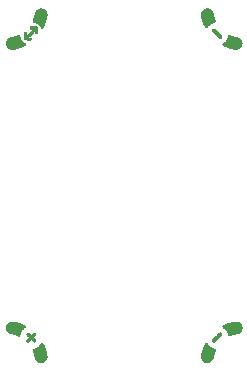
<source format=gbo>
%TF.GenerationSoftware,KiCad,Pcbnew,8.0.8*%
%TF.CreationDate,2025-01-29T17:02:43+00:00*%
%TF.ProjectId,ec30_2x3_l_mh_0.1,65633330-5f32-4783-935f-6c5f6d685f30,v0.1*%
%TF.SameCoordinates,PX8d24d00PY36d6160*%
%TF.FileFunction,Legend,Bot*%
%TF.FilePolarity,Positive*%
%FSLAX46Y46*%
G04 Gerber Fmt 4.6, Leading zero omitted, Abs format (unit mm)*
G04 Created by KiCad (PCBNEW 8.0.8) date 2025-01-29 17:02:43*
%MOMM*%
%LPD*%
G01*
G04 APERTURE LIST*
%ADD10C,0.010000*%
G04 APERTURE END LIST*
D10*
%TO.C,MH3*%
X-6928506Y-13363138D02*
X-6911772Y-13369471D01*
X-6896147Y-13380908D01*
X-6880922Y-13398107D01*
X-6865387Y-13421729D01*
X-6848836Y-13452432D01*
X-6848679Y-13452743D01*
X-6791282Y-13574332D01*
X-6737855Y-13701980D01*
X-6688736Y-13834690D01*
X-6644262Y-13971466D01*
X-6604771Y-14111310D01*
X-6570599Y-14253224D01*
X-6558186Y-14311864D01*
X-6547379Y-14371341D01*
X-6540466Y-14424475D01*
X-6537409Y-14471817D01*
X-6538170Y-14513920D01*
X-6542040Y-14547507D01*
X-6556533Y-14610942D01*
X-6577909Y-14670724D01*
X-6605930Y-14726502D01*
X-6640355Y-14777928D01*
X-6680946Y-14824650D01*
X-6727463Y-14866318D01*
X-6779668Y-14902583D01*
X-6787978Y-14907537D01*
X-6840693Y-14933832D01*
X-6896925Y-14953542D01*
X-6955607Y-14966561D01*
X-7015670Y-14972782D01*
X-7076044Y-14972098D01*
X-7135662Y-14964403D01*
X-7193456Y-14949591D01*
X-7197273Y-14948329D01*
X-7253331Y-14925415D01*
X-7306281Y-14895615D01*
X-7355436Y-14859600D01*
X-7400110Y-14818037D01*
X-7439617Y-14771594D01*
X-7473270Y-14720941D01*
X-7500383Y-14666745D01*
X-7509057Y-14644736D01*
X-7513607Y-14630447D01*
X-7519138Y-14610225D01*
X-7525185Y-14585941D01*
X-7531282Y-14559465D01*
X-7536963Y-14532671D01*
X-7537051Y-14532232D01*
X-7558678Y-14432503D01*
X-7582269Y-14338735D01*
X-7608385Y-14249080D01*
X-7637586Y-14161685D01*
X-7670432Y-14074702D01*
X-7689984Y-14027005D01*
X-7703664Y-13992497D01*
X-7713040Y-13963665D01*
X-7718165Y-13939548D01*
X-7719093Y-13919190D01*
X-7715878Y-13901631D01*
X-7708573Y-13885911D01*
X-7698622Y-13872631D01*
X-7689672Y-13863366D01*
X-7679962Y-13855700D01*
X-7668106Y-13848964D01*
X-7652714Y-13842488D01*
X-7632401Y-13835601D01*
X-7605778Y-13827634D01*
X-7604892Y-13827378D01*
X-7548101Y-13809694D01*
X-7496370Y-13790649D01*
X-7446827Y-13769122D01*
X-7413766Y-13752928D01*
X-7338632Y-13710190D01*
X-7267054Y-13660666D01*
X-7199758Y-13604986D01*
X-7137473Y-13543782D01*
X-7080926Y-13477685D01*
X-7053164Y-13440364D01*
X-7031231Y-13411566D01*
X-7010897Y-13389815D01*
X-6991436Y-13374570D01*
X-6972119Y-13365290D01*
X-6952222Y-13361431D01*
X-6947057Y-13361250D01*
X-6928506Y-13363138D01*
G36*
X-6928506Y-13363138D02*
G01*
X-6911772Y-13369471D01*
X-6896147Y-13380908D01*
X-6880922Y-13398107D01*
X-6865387Y-13421729D01*
X-6848836Y-13452432D01*
X-6848679Y-13452743D01*
X-6791282Y-13574332D01*
X-6737855Y-13701980D01*
X-6688736Y-13834690D01*
X-6644262Y-13971466D01*
X-6604771Y-14111310D01*
X-6570599Y-14253224D01*
X-6558186Y-14311864D01*
X-6547379Y-14371341D01*
X-6540466Y-14424475D01*
X-6537409Y-14471817D01*
X-6538170Y-14513920D01*
X-6542040Y-14547507D01*
X-6556533Y-14610942D01*
X-6577909Y-14670724D01*
X-6605930Y-14726502D01*
X-6640355Y-14777928D01*
X-6680946Y-14824650D01*
X-6727463Y-14866318D01*
X-6779668Y-14902583D01*
X-6787978Y-14907537D01*
X-6840693Y-14933832D01*
X-6896925Y-14953542D01*
X-6955607Y-14966561D01*
X-7015670Y-14972782D01*
X-7076044Y-14972098D01*
X-7135662Y-14964403D01*
X-7193456Y-14949591D01*
X-7197273Y-14948329D01*
X-7253331Y-14925415D01*
X-7306281Y-14895615D01*
X-7355436Y-14859600D01*
X-7400110Y-14818037D01*
X-7439617Y-14771594D01*
X-7473270Y-14720941D01*
X-7500383Y-14666745D01*
X-7509057Y-14644736D01*
X-7513607Y-14630447D01*
X-7519138Y-14610225D01*
X-7525185Y-14585941D01*
X-7531282Y-14559465D01*
X-7536963Y-14532671D01*
X-7537051Y-14532232D01*
X-7558678Y-14432503D01*
X-7582269Y-14338735D01*
X-7608385Y-14249080D01*
X-7637586Y-14161685D01*
X-7670432Y-14074702D01*
X-7689984Y-14027005D01*
X-7703664Y-13992497D01*
X-7713040Y-13963665D01*
X-7718165Y-13939548D01*
X-7719093Y-13919190D01*
X-7715878Y-13901631D01*
X-7708573Y-13885911D01*
X-7698622Y-13872631D01*
X-7689672Y-13863366D01*
X-7679962Y-13855700D01*
X-7668106Y-13848964D01*
X-7652714Y-13842488D01*
X-7632401Y-13835601D01*
X-7605778Y-13827634D01*
X-7604892Y-13827378D01*
X-7548101Y-13809694D01*
X-7496370Y-13790649D01*
X-7446827Y-13769122D01*
X-7413766Y-13752928D01*
X-7338632Y-13710190D01*
X-7267054Y-13660666D01*
X-7199758Y-13604986D01*
X-7137473Y-13543782D01*
X-7080926Y-13477685D01*
X-7053164Y-13440364D01*
X-7031231Y-13411566D01*
X-7010897Y-13389815D01*
X-6991436Y-13374570D01*
X-6972119Y-13365290D01*
X-6952222Y-13361431D01*
X-6947057Y-13361250D01*
X-6928506Y-13363138D01*
G37*
X-9469382Y-11539537D02*
X-9447697Y-11539914D01*
X-9426734Y-11540918D01*
X-9405491Y-11542711D01*
X-9382963Y-11545454D01*
X-9358146Y-11549309D01*
X-9330036Y-11554438D01*
X-9297629Y-11561001D01*
X-9259922Y-11569161D01*
X-9215909Y-11579080D01*
X-9197523Y-11583298D01*
X-9084110Y-11611811D01*
X-8967931Y-11645606D01*
X-8850843Y-11684017D01*
X-8734702Y-11726377D01*
X-8621365Y-11772019D01*
X-8512689Y-11820278D01*
X-8441520Y-11854688D01*
X-8413993Y-11869173D01*
X-8392962Y-11881967D01*
X-8377390Y-11893881D01*
X-8366238Y-11905723D01*
X-8358469Y-11918303D01*
X-8357596Y-11920160D01*
X-8351621Y-11938194D01*
X-8351673Y-11955018D01*
X-8355628Y-11969259D01*
X-8366482Y-11988971D01*
X-8384803Y-12009218D01*
X-8410183Y-12029563D01*
X-8414969Y-12032864D01*
X-8488201Y-12086938D01*
X-8555669Y-12146142D01*
X-8617131Y-12210183D01*
X-8672347Y-12278769D01*
X-8721073Y-12351605D01*
X-8763068Y-12428401D01*
X-8788576Y-12484951D01*
X-8800921Y-12516142D01*
X-8812141Y-12547535D01*
X-8822891Y-12581156D01*
X-8833828Y-12619033D01*
X-8842684Y-12651971D01*
X-8847996Y-12670214D01*
X-8853411Y-12683262D01*
X-8860250Y-12693763D01*
X-8867703Y-12702184D01*
X-8883266Y-12715623D01*
X-8899653Y-12723702D01*
X-8917964Y-12726465D01*
X-8939296Y-12723957D01*
X-8964748Y-12716222D01*
X-8987179Y-12707027D01*
X-9107698Y-12657583D01*
X-9231987Y-12614301D01*
X-9360629Y-12577001D01*
X-9494206Y-12545501D01*
X-9524887Y-12539217D01*
X-9559570Y-12532116D01*
X-9587951Y-12525804D01*
X-9611570Y-12519832D01*
X-9631964Y-12513755D01*
X-9650673Y-12507126D01*
X-9669235Y-12499496D01*
X-9683073Y-12493272D01*
X-9736054Y-12464533D01*
X-9785121Y-12429388D01*
X-9829705Y-12388566D01*
X-9869233Y-12342795D01*
X-9903134Y-12292803D01*
X-9930837Y-12239319D01*
X-9951771Y-12183072D01*
X-9963418Y-12135752D01*
X-9971542Y-12072993D01*
X-9972079Y-12011364D01*
X-9965355Y-11951349D01*
X-9951696Y-11893433D01*
X-9931426Y-11838104D01*
X-9904871Y-11785845D01*
X-9872355Y-11737142D01*
X-9834205Y-11692481D01*
X-9790745Y-11652346D01*
X-9742300Y-11617225D01*
X-9689196Y-11587601D01*
X-9631758Y-11563960D01*
X-9570311Y-11546788D01*
X-9568601Y-11546419D01*
X-9550919Y-11543237D01*
X-9531677Y-11541113D01*
X-9508978Y-11539916D01*
X-9480930Y-11539514D01*
X-9469382Y-11539537D01*
G36*
X-9469382Y-11539537D02*
G01*
X-9447697Y-11539914D01*
X-9426734Y-11540918D01*
X-9405491Y-11542711D01*
X-9382963Y-11545454D01*
X-9358146Y-11549309D01*
X-9330036Y-11554438D01*
X-9297629Y-11561001D01*
X-9259922Y-11569161D01*
X-9215909Y-11579080D01*
X-9197523Y-11583298D01*
X-9084110Y-11611811D01*
X-8967931Y-11645606D01*
X-8850843Y-11684017D01*
X-8734702Y-11726377D01*
X-8621365Y-11772019D01*
X-8512689Y-11820278D01*
X-8441520Y-11854688D01*
X-8413993Y-11869173D01*
X-8392962Y-11881967D01*
X-8377390Y-11893881D01*
X-8366238Y-11905723D01*
X-8358469Y-11918303D01*
X-8357596Y-11920160D01*
X-8351621Y-11938194D01*
X-8351673Y-11955018D01*
X-8355628Y-11969259D01*
X-8366482Y-11988971D01*
X-8384803Y-12009218D01*
X-8410183Y-12029563D01*
X-8414969Y-12032864D01*
X-8488201Y-12086938D01*
X-8555669Y-12146142D01*
X-8617131Y-12210183D01*
X-8672347Y-12278769D01*
X-8721073Y-12351605D01*
X-8763068Y-12428401D01*
X-8788576Y-12484951D01*
X-8800921Y-12516142D01*
X-8812141Y-12547535D01*
X-8822891Y-12581156D01*
X-8833828Y-12619033D01*
X-8842684Y-12651971D01*
X-8847996Y-12670214D01*
X-8853411Y-12683262D01*
X-8860250Y-12693763D01*
X-8867703Y-12702184D01*
X-8883266Y-12715623D01*
X-8899653Y-12723702D01*
X-8917964Y-12726465D01*
X-8939296Y-12723957D01*
X-8964748Y-12716222D01*
X-8987179Y-12707027D01*
X-9107698Y-12657583D01*
X-9231987Y-12614301D01*
X-9360629Y-12577001D01*
X-9494206Y-12545501D01*
X-9524887Y-12539217D01*
X-9559570Y-12532116D01*
X-9587951Y-12525804D01*
X-9611570Y-12519832D01*
X-9631964Y-12513755D01*
X-9650673Y-12507126D01*
X-9669235Y-12499496D01*
X-9683073Y-12493272D01*
X-9736054Y-12464533D01*
X-9785121Y-12429388D01*
X-9829705Y-12388566D01*
X-9869233Y-12342795D01*
X-9903134Y-12292803D01*
X-9930837Y-12239319D01*
X-9951771Y-12183072D01*
X-9963418Y-12135752D01*
X-9971542Y-12072993D01*
X-9972079Y-12011364D01*
X-9965355Y-11951349D01*
X-9951696Y-11893433D01*
X-9931426Y-11838104D01*
X-9904871Y-11785845D01*
X-9872355Y-11737142D01*
X-9834205Y-11692481D01*
X-9790745Y-11652346D01*
X-9742300Y-11617225D01*
X-9689196Y-11587601D01*
X-9631758Y-11563960D01*
X-9570311Y-11546788D01*
X-9568601Y-11546419D01*
X-9550919Y-11543237D01*
X-9531677Y-11541113D01*
X-9508978Y-11539916D01*
X-9480930Y-11539514D01*
X-9469382Y-11539537D01*
G37*
X-8113706Y-12496944D02*
X-8103689Y-12499701D01*
X-8097802Y-12501893D01*
X-8091812Y-12504868D01*
X-8085087Y-12509183D01*
X-8076996Y-12515397D01*
X-8066906Y-12524068D01*
X-8054186Y-12535754D01*
X-8038203Y-12551014D01*
X-8018325Y-12570404D01*
X-7993921Y-12594483D01*
X-7974157Y-12614080D01*
X-7866011Y-12721433D01*
X-7759845Y-12616232D01*
X-7731277Y-12588145D01*
X-7705522Y-12563269D01*
X-7683075Y-12542058D01*
X-7664428Y-12524971D01*
X-7650076Y-12512464D01*
X-7640513Y-12504993D01*
X-7637804Y-12503347D01*
X-7619653Y-12497707D01*
X-7597647Y-12495447D01*
X-7574938Y-12496528D01*
X-7554679Y-12500911D01*
X-7546147Y-12504489D01*
X-7526917Y-12518143D01*
X-7510139Y-12536514D01*
X-7498889Y-12555827D01*
X-7494821Y-12571697D01*
X-7493195Y-12591689D01*
X-7494004Y-12612373D01*
X-7497238Y-12630321D01*
X-7499093Y-12635689D01*
X-7504005Y-12643205D01*
X-7514648Y-12656014D01*
X-7530930Y-12674015D01*
X-7552756Y-12697108D01*
X-7580035Y-12725192D01*
X-7612673Y-12758167D01*
X-7613064Y-12758559D01*
X-7720887Y-12866673D01*
X-7615058Y-12972974D01*
X-7584116Y-13004238D01*
X-7558609Y-13030431D01*
X-7538195Y-13051925D01*
X-7522533Y-13069093D01*
X-7511280Y-13082307D01*
X-7504096Y-13091939D01*
X-7501173Y-13097031D01*
X-7494104Y-13121344D01*
X-7493008Y-13147931D01*
X-7497820Y-13173913D01*
X-7503224Y-13187437D01*
X-7518879Y-13210652D01*
X-7539503Y-13227874D01*
X-7562126Y-13237933D01*
X-7579823Y-13242314D01*
X-7594838Y-13243348D01*
X-7610844Y-13241009D01*
X-7624185Y-13237471D01*
X-7629927Y-13235599D01*
X-7635561Y-13233123D01*
X-7641713Y-13229495D01*
X-7649007Y-13224164D01*
X-7658067Y-13216580D01*
X-7669517Y-13206195D01*
X-7683982Y-13192456D01*
X-7702086Y-13174816D01*
X-7724453Y-13152724D01*
X-7751707Y-13125630D01*
X-7755874Y-13121480D01*
X-7866007Y-13011789D01*
X-7976140Y-13121480D01*
X-8004116Y-13149305D01*
X-8027118Y-13172053D01*
X-8045771Y-13190273D01*
X-8060700Y-13204516D01*
X-8072528Y-13215330D01*
X-8081879Y-13223266D01*
X-8089379Y-13228875D01*
X-8095651Y-13232705D01*
X-8101320Y-13235306D01*
X-8107010Y-13237229D01*
X-8107829Y-13237471D01*
X-8126610Y-13242124D01*
X-8141901Y-13243383D01*
X-8157373Y-13241278D01*
X-8169888Y-13237933D01*
X-8194545Y-13226692D01*
X-8214425Y-13209602D01*
X-8228856Y-13187607D01*
X-8237166Y-13161652D01*
X-8238982Y-13140798D01*
X-8238748Y-13129644D01*
X-8237797Y-13119682D01*
X-8235633Y-13110230D01*
X-8231761Y-13100607D01*
X-8225687Y-13090132D01*
X-8216914Y-13078124D01*
X-8204948Y-13063903D01*
X-8189294Y-13046786D01*
X-8169456Y-13026095D01*
X-8144940Y-13001146D01*
X-8116956Y-12972974D01*
X-8011127Y-12866673D01*
X-8118789Y-12758559D01*
X-8151189Y-12725807D01*
X-8177947Y-12698278D01*
X-8199233Y-12675790D01*
X-8215216Y-12658158D01*
X-8226067Y-12645200D01*
X-8231953Y-12636730D01*
X-8232760Y-12635077D01*
X-8238627Y-12611156D01*
X-8238409Y-12585114D01*
X-8232552Y-12559340D01*
X-8221501Y-12536224D01*
X-8212046Y-12524073D01*
X-8191856Y-12508280D01*
X-8167562Y-12498230D01*
X-8140924Y-12494320D01*
X-8113706Y-12496944D01*
G36*
X-8113706Y-12496944D02*
G01*
X-8103689Y-12499701D01*
X-8097802Y-12501893D01*
X-8091812Y-12504868D01*
X-8085087Y-12509183D01*
X-8076996Y-12515397D01*
X-8066906Y-12524068D01*
X-8054186Y-12535754D01*
X-8038203Y-12551014D01*
X-8018325Y-12570404D01*
X-7993921Y-12594483D01*
X-7974157Y-12614080D01*
X-7866011Y-12721433D01*
X-7759845Y-12616232D01*
X-7731277Y-12588145D01*
X-7705522Y-12563269D01*
X-7683075Y-12542058D01*
X-7664428Y-12524971D01*
X-7650076Y-12512464D01*
X-7640513Y-12504993D01*
X-7637804Y-12503347D01*
X-7619653Y-12497707D01*
X-7597647Y-12495447D01*
X-7574938Y-12496528D01*
X-7554679Y-12500911D01*
X-7546147Y-12504489D01*
X-7526917Y-12518143D01*
X-7510139Y-12536514D01*
X-7498889Y-12555827D01*
X-7494821Y-12571697D01*
X-7493195Y-12591689D01*
X-7494004Y-12612373D01*
X-7497238Y-12630321D01*
X-7499093Y-12635689D01*
X-7504005Y-12643205D01*
X-7514648Y-12656014D01*
X-7530930Y-12674015D01*
X-7552756Y-12697108D01*
X-7580035Y-12725192D01*
X-7612673Y-12758167D01*
X-7613064Y-12758559D01*
X-7720887Y-12866673D01*
X-7615058Y-12972974D01*
X-7584116Y-13004238D01*
X-7558609Y-13030431D01*
X-7538195Y-13051925D01*
X-7522533Y-13069093D01*
X-7511280Y-13082307D01*
X-7504096Y-13091939D01*
X-7501173Y-13097031D01*
X-7494104Y-13121344D01*
X-7493008Y-13147931D01*
X-7497820Y-13173913D01*
X-7503224Y-13187437D01*
X-7518879Y-13210652D01*
X-7539503Y-13227874D01*
X-7562126Y-13237933D01*
X-7579823Y-13242314D01*
X-7594838Y-13243348D01*
X-7610844Y-13241009D01*
X-7624185Y-13237471D01*
X-7629927Y-13235599D01*
X-7635561Y-13233123D01*
X-7641713Y-13229495D01*
X-7649007Y-13224164D01*
X-7658067Y-13216580D01*
X-7669517Y-13206195D01*
X-7683982Y-13192456D01*
X-7702086Y-13174816D01*
X-7724453Y-13152724D01*
X-7751707Y-13125630D01*
X-7755874Y-13121480D01*
X-7866007Y-13011789D01*
X-7976140Y-13121480D01*
X-8004116Y-13149305D01*
X-8027118Y-13172053D01*
X-8045771Y-13190273D01*
X-8060700Y-13204516D01*
X-8072528Y-13215330D01*
X-8081879Y-13223266D01*
X-8089379Y-13228875D01*
X-8095651Y-13232705D01*
X-8101320Y-13235306D01*
X-8107010Y-13237229D01*
X-8107829Y-13237471D01*
X-8126610Y-13242124D01*
X-8141901Y-13243383D01*
X-8157373Y-13241278D01*
X-8169888Y-13237933D01*
X-8194545Y-13226692D01*
X-8214425Y-13209602D01*
X-8228856Y-13187607D01*
X-8237166Y-13161652D01*
X-8238982Y-13140798D01*
X-8238748Y-13129644D01*
X-8237797Y-13119682D01*
X-8235633Y-13110230D01*
X-8231761Y-13100607D01*
X-8225687Y-13090132D01*
X-8216914Y-13078124D01*
X-8204948Y-13063903D01*
X-8189294Y-13046786D01*
X-8169456Y-13026095D01*
X-8144940Y-13001146D01*
X-8116956Y-12972974D01*
X-8011127Y-12866673D01*
X-8118789Y-12758559D01*
X-8151189Y-12725807D01*
X-8177947Y-12698278D01*
X-8199233Y-12675790D01*
X-8215216Y-12658158D01*
X-8226067Y-12645200D01*
X-8231953Y-12636730D01*
X-8232760Y-12635077D01*
X-8238627Y-12611156D01*
X-8238409Y-12585114D01*
X-8232552Y-12559340D01*
X-8221501Y-12536224D01*
X-8212046Y-12524073D01*
X-8191856Y-12508280D01*
X-8167562Y-12498230D01*
X-8140924Y-12494320D01*
X-8113706Y-12496944D01*
G37*
%TO.C,MH4*%
X9512315Y-11537096D02*
X9545902Y-11540966D01*
X9609337Y-11555459D01*
X9669119Y-11576835D01*
X9724897Y-11604856D01*
X9776323Y-11639281D01*
X9823045Y-11679872D01*
X9864713Y-11726389D01*
X9900978Y-11778594D01*
X9905932Y-11786904D01*
X9932227Y-11839619D01*
X9951937Y-11895851D01*
X9964956Y-11954533D01*
X9971177Y-12014596D01*
X9970493Y-12074970D01*
X9962798Y-12134588D01*
X9947986Y-12192382D01*
X9946724Y-12196199D01*
X9923810Y-12252257D01*
X9894010Y-12305207D01*
X9857995Y-12354362D01*
X9816432Y-12399036D01*
X9769989Y-12438543D01*
X9719336Y-12472196D01*
X9665140Y-12499309D01*
X9643131Y-12507983D01*
X9628842Y-12512533D01*
X9608620Y-12518064D01*
X9584336Y-12524111D01*
X9557860Y-12530208D01*
X9531066Y-12535889D01*
X9530627Y-12535977D01*
X9430898Y-12557604D01*
X9337130Y-12581195D01*
X9247475Y-12607311D01*
X9160080Y-12636512D01*
X9073097Y-12669358D01*
X9025400Y-12688910D01*
X8990892Y-12702590D01*
X8962060Y-12711966D01*
X8937943Y-12717091D01*
X8917585Y-12718019D01*
X8900026Y-12714804D01*
X8884306Y-12707499D01*
X8871026Y-12697548D01*
X8861761Y-12688598D01*
X8854095Y-12678888D01*
X8847359Y-12667032D01*
X8840883Y-12651640D01*
X8833996Y-12631327D01*
X8826029Y-12604704D01*
X8825773Y-12603818D01*
X8808089Y-12547027D01*
X8789044Y-12495296D01*
X8767517Y-12445753D01*
X8751323Y-12412692D01*
X8708585Y-12337558D01*
X8659061Y-12265980D01*
X8603381Y-12198684D01*
X8542177Y-12136399D01*
X8476080Y-12079852D01*
X8438759Y-12052090D01*
X8409961Y-12030157D01*
X8388210Y-12009823D01*
X8372965Y-11990362D01*
X8363685Y-11971045D01*
X8359826Y-11951148D01*
X8359645Y-11945983D01*
X8361533Y-11927432D01*
X8367866Y-11910698D01*
X8379303Y-11895073D01*
X8396502Y-11879848D01*
X8420124Y-11864313D01*
X8450827Y-11847762D01*
X8451138Y-11847605D01*
X8572727Y-11790208D01*
X8700375Y-11736781D01*
X8833085Y-11687662D01*
X8969861Y-11643188D01*
X9109705Y-11603697D01*
X9251619Y-11569525D01*
X9310259Y-11557112D01*
X9369736Y-11546305D01*
X9422870Y-11539392D01*
X9470212Y-11536335D01*
X9512315Y-11537096D01*
G36*
X9512315Y-11537096D02*
G01*
X9545902Y-11540966D01*
X9609337Y-11555459D01*
X9669119Y-11576835D01*
X9724897Y-11604856D01*
X9776323Y-11639281D01*
X9823045Y-11679872D01*
X9864713Y-11726389D01*
X9900978Y-11778594D01*
X9905932Y-11786904D01*
X9932227Y-11839619D01*
X9951937Y-11895851D01*
X9964956Y-11954533D01*
X9971177Y-12014596D01*
X9970493Y-12074970D01*
X9962798Y-12134588D01*
X9947986Y-12192382D01*
X9946724Y-12196199D01*
X9923810Y-12252257D01*
X9894010Y-12305207D01*
X9857995Y-12354362D01*
X9816432Y-12399036D01*
X9769989Y-12438543D01*
X9719336Y-12472196D01*
X9665140Y-12499309D01*
X9643131Y-12507983D01*
X9628842Y-12512533D01*
X9608620Y-12518064D01*
X9584336Y-12524111D01*
X9557860Y-12530208D01*
X9531066Y-12535889D01*
X9530627Y-12535977D01*
X9430898Y-12557604D01*
X9337130Y-12581195D01*
X9247475Y-12607311D01*
X9160080Y-12636512D01*
X9073097Y-12669358D01*
X9025400Y-12688910D01*
X8990892Y-12702590D01*
X8962060Y-12711966D01*
X8937943Y-12717091D01*
X8917585Y-12718019D01*
X8900026Y-12714804D01*
X8884306Y-12707499D01*
X8871026Y-12697548D01*
X8861761Y-12688598D01*
X8854095Y-12678888D01*
X8847359Y-12667032D01*
X8840883Y-12651640D01*
X8833996Y-12631327D01*
X8826029Y-12604704D01*
X8825773Y-12603818D01*
X8808089Y-12547027D01*
X8789044Y-12495296D01*
X8767517Y-12445753D01*
X8751323Y-12412692D01*
X8708585Y-12337558D01*
X8659061Y-12265980D01*
X8603381Y-12198684D01*
X8542177Y-12136399D01*
X8476080Y-12079852D01*
X8438759Y-12052090D01*
X8409961Y-12030157D01*
X8388210Y-12009823D01*
X8372965Y-11990362D01*
X8363685Y-11971045D01*
X8359826Y-11951148D01*
X8359645Y-11945983D01*
X8361533Y-11927432D01*
X8367866Y-11910698D01*
X8379303Y-11895073D01*
X8396502Y-11879848D01*
X8420124Y-11864313D01*
X8450827Y-11847762D01*
X8451138Y-11847605D01*
X8572727Y-11790208D01*
X8700375Y-11736781D01*
X8833085Y-11687662D01*
X8969861Y-11643188D01*
X9109705Y-11603697D01*
X9251619Y-11569525D01*
X9310259Y-11557112D01*
X9369736Y-11546305D01*
X9422870Y-11539392D01*
X9470212Y-11536335D01*
X9512315Y-11537096D01*
G37*
X6953413Y-13350599D02*
X6967654Y-13354554D01*
X6987366Y-13365408D01*
X7007613Y-13383729D01*
X7027958Y-13409109D01*
X7031259Y-13413895D01*
X7085333Y-13487127D01*
X7144537Y-13554595D01*
X7208578Y-13616057D01*
X7277164Y-13671273D01*
X7350000Y-13719999D01*
X7426796Y-13761994D01*
X7483346Y-13787502D01*
X7514537Y-13799847D01*
X7545930Y-13811067D01*
X7579551Y-13821817D01*
X7617428Y-13832754D01*
X7650366Y-13841610D01*
X7668609Y-13846922D01*
X7681657Y-13852337D01*
X7692158Y-13859176D01*
X7700579Y-13866629D01*
X7714018Y-13882192D01*
X7722097Y-13898579D01*
X7724860Y-13916890D01*
X7722352Y-13938222D01*
X7714617Y-13963674D01*
X7705422Y-13986105D01*
X7655978Y-14106624D01*
X7612696Y-14230913D01*
X7575396Y-14359555D01*
X7543896Y-14493132D01*
X7537612Y-14523813D01*
X7530511Y-14558496D01*
X7524199Y-14586877D01*
X7518227Y-14610496D01*
X7512150Y-14630890D01*
X7505521Y-14649599D01*
X7497891Y-14668161D01*
X7491667Y-14681999D01*
X7462928Y-14734980D01*
X7427783Y-14784047D01*
X7386961Y-14828631D01*
X7341190Y-14868159D01*
X7291198Y-14902060D01*
X7237714Y-14929763D01*
X7181467Y-14950697D01*
X7134147Y-14962344D01*
X7071388Y-14970468D01*
X7009759Y-14971005D01*
X6949744Y-14964281D01*
X6891828Y-14950622D01*
X6836499Y-14930352D01*
X6784240Y-14903797D01*
X6735537Y-14871281D01*
X6690876Y-14833131D01*
X6650741Y-14789671D01*
X6615620Y-14741226D01*
X6585996Y-14688122D01*
X6562355Y-14630684D01*
X6545183Y-14569237D01*
X6544814Y-14567527D01*
X6541632Y-14549845D01*
X6539508Y-14530603D01*
X6538311Y-14507904D01*
X6537909Y-14479856D01*
X6537932Y-14468308D01*
X6538309Y-14446623D01*
X6539313Y-14425660D01*
X6541106Y-14404417D01*
X6543849Y-14381889D01*
X6547704Y-14357072D01*
X6552833Y-14328962D01*
X6559396Y-14296555D01*
X6567556Y-14258848D01*
X6577475Y-14214835D01*
X6581693Y-14196449D01*
X6610206Y-14083036D01*
X6644001Y-13966857D01*
X6682412Y-13849769D01*
X6724772Y-13733628D01*
X6770414Y-13620291D01*
X6818673Y-13511615D01*
X6853083Y-13440446D01*
X6867568Y-13412919D01*
X6880362Y-13391888D01*
X6892276Y-13376316D01*
X6904118Y-13365164D01*
X6916698Y-13357395D01*
X6918555Y-13356522D01*
X6936589Y-13350547D01*
X6953413Y-13350599D01*
G36*
X6953413Y-13350599D02*
G01*
X6967654Y-13354554D01*
X6987366Y-13365408D01*
X7007613Y-13383729D01*
X7027958Y-13409109D01*
X7031259Y-13413895D01*
X7085333Y-13487127D01*
X7144537Y-13554595D01*
X7208578Y-13616057D01*
X7277164Y-13671273D01*
X7350000Y-13719999D01*
X7426796Y-13761994D01*
X7483346Y-13787502D01*
X7514537Y-13799847D01*
X7545930Y-13811067D01*
X7579551Y-13821817D01*
X7617428Y-13832754D01*
X7650366Y-13841610D01*
X7668609Y-13846922D01*
X7681657Y-13852337D01*
X7692158Y-13859176D01*
X7700579Y-13866629D01*
X7714018Y-13882192D01*
X7722097Y-13898579D01*
X7724860Y-13916890D01*
X7722352Y-13938222D01*
X7714617Y-13963674D01*
X7705422Y-13986105D01*
X7655978Y-14106624D01*
X7612696Y-14230913D01*
X7575396Y-14359555D01*
X7543896Y-14493132D01*
X7537612Y-14523813D01*
X7530511Y-14558496D01*
X7524199Y-14586877D01*
X7518227Y-14610496D01*
X7512150Y-14630890D01*
X7505521Y-14649599D01*
X7497891Y-14668161D01*
X7491667Y-14681999D01*
X7462928Y-14734980D01*
X7427783Y-14784047D01*
X7386961Y-14828631D01*
X7341190Y-14868159D01*
X7291198Y-14902060D01*
X7237714Y-14929763D01*
X7181467Y-14950697D01*
X7134147Y-14962344D01*
X7071388Y-14970468D01*
X7009759Y-14971005D01*
X6949744Y-14964281D01*
X6891828Y-14950622D01*
X6836499Y-14930352D01*
X6784240Y-14903797D01*
X6735537Y-14871281D01*
X6690876Y-14833131D01*
X6650741Y-14789671D01*
X6615620Y-14741226D01*
X6585996Y-14688122D01*
X6562355Y-14630684D01*
X6545183Y-14569237D01*
X6544814Y-14567527D01*
X6541632Y-14549845D01*
X6539508Y-14530603D01*
X6538311Y-14507904D01*
X6537909Y-14479856D01*
X6537932Y-14468308D01*
X6538309Y-14446623D01*
X6539313Y-14425660D01*
X6541106Y-14404417D01*
X6543849Y-14381889D01*
X6547704Y-14357072D01*
X6552833Y-14328962D01*
X6559396Y-14296555D01*
X6567556Y-14258848D01*
X6577475Y-14214835D01*
X6581693Y-14196449D01*
X6610206Y-14083036D01*
X6644001Y-13966857D01*
X6682412Y-13849769D01*
X6724772Y-13733628D01*
X6770414Y-13620291D01*
X6818673Y-13511615D01*
X6853083Y-13440446D01*
X6867568Y-13412919D01*
X6880362Y-13391888D01*
X6892276Y-13376316D01*
X6904118Y-13365164D01*
X6916698Y-13357395D01*
X6918555Y-13356522D01*
X6936589Y-13350547D01*
X6953413Y-13350599D01*
G37*
X8162030Y-12467280D02*
X8171010Y-12469281D01*
X8201038Y-12481521D01*
X8226016Y-12499423D01*
X8245381Y-12522200D01*
X8258566Y-12549064D01*
X8265008Y-12579227D01*
X8265280Y-12600726D01*
X8264812Y-12608241D01*
X8264213Y-12615108D01*
X8263171Y-12621687D01*
X8261374Y-12628333D01*
X8258508Y-12635404D01*
X8254261Y-12643257D01*
X8248322Y-12652249D01*
X8240377Y-12662738D01*
X8230113Y-12675081D01*
X8217220Y-12689634D01*
X8201383Y-12706755D01*
X8182291Y-12726802D01*
X8159631Y-12750131D01*
X8133091Y-12777099D01*
X8102358Y-12808064D01*
X8067119Y-12843383D01*
X8027063Y-12883414D01*
X7981877Y-12928512D01*
X7955569Y-12954763D01*
X7909008Y-13001216D01*
X7867712Y-13042383D01*
X7831336Y-13078591D01*
X7799534Y-13110171D01*
X7771962Y-13137449D01*
X7748274Y-13160755D01*
X7728124Y-13180416D01*
X7711168Y-13196762D01*
X7697060Y-13210120D01*
X7685454Y-13220819D01*
X7676005Y-13229188D01*
X7668368Y-13235554D01*
X7662198Y-13240247D01*
X7657149Y-13243594D01*
X7652875Y-13245925D01*
X7649033Y-13247566D01*
X7646855Y-13248336D01*
X7615323Y-13255056D01*
X7584413Y-13254451D01*
X7555192Y-13246918D01*
X7528724Y-13232857D01*
X7506076Y-13212666D01*
X7489876Y-13189652D01*
X7484291Y-13178838D01*
X7480827Y-13169326D01*
X7478989Y-13158610D01*
X7478277Y-13144187D01*
X7478183Y-13130839D01*
X7478527Y-13111299D01*
X7479840Y-13097117D01*
X7482546Y-13085735D01*
X7487066Y-13074591D01*
X7487682Y-13073292D01*
X7490347Y-13068862D01*
X7495109Y-13062531D01*
X7502260Y-13053996D01*
X7512088Y-13042958D01*
X7524886Y-13029115D01*
X7540944Y-13012164D01*
X7560552Y-12991806D01*
X7584002Y-12967737D01*
X7611583Y-12939658D01*
X7643588Y-12907266D01*
X7680305Y-12870261D01*
X7722027Y-12828340D01*
X7769043Y-12781202D01*
X7779385Y-12770845D01*
X7826159Y-12724028D01*
X7867684Y-12682523D01*
X7904299Y-12646003D01*
X7936345Y-12614143D01*
X7964158Y-12586617D01*
X7988079Y-12563098D01*
X8008447Y-12543261D01*
X8025600Y-12526780D01*
X8039878Y-12513328D01*
X8051620Y-12502580D01*
X8061164Y-12494209D01*
X8068850Y-12487890D01*
X8075016Y-12483297D01*
X8080002Y-12480103D01*
X8083758Y-12478156D01*
X8109322Y-12469631D01*
X8136419Y-12465903D01*
X8162030Y-12467280D01*
G36*
X8162030Y-12467280D02*
G01*
X8171010Y-12469281D01*
X8201038Y-12481521D01*
X8226016Y-12499423D01*
X8245381Y-12522200D01*
X8258566Y-12549064D01*
X8265008Y-12579227D01*
X8265280Y-12600726D01*
X8264812Y-12608241D01*
X8264213Y-12615108D01*
X8263171Y-12621687D01*
X8261374Y-12628333D01*
X8258508Y-12635404D01*
X8254261Y-12643257D01*
X8248322Y-12652249D01*
X8240377Y-12662738D01*
X8230113Y-12675081D01*
X8217220Y-12689634D01*
X8201383Y-12706755D01*
X8182291Y-12726802D01*
X8159631Y-12750131D01*
X8133091Y-12777099D01*
X8102358Y-12808064D01*
X8067119Y-12843383D01*
X8027063Y-12883414D01*
X7981877Y-12928512D01*
X7955569Y-12954763D01*
X7909008Y-13001216D01*
X7867712Y-13042383D01*
X7831336Y-13078591D01*
X7799534Y-13110171D01*
X7771962Y-13137449D01*
X7748274Y-13160755D01*
X7728124Y-13180416D01*
X7711168Y-13196762D01*
X7697060Y-13210120D01*
X7685454Y-13220819D01*
X7676005Y-13229188D01*
X7668368Y-13235554D01*
X7662198Y-13240247D01*
X7657149Y-13243594D01*
X7652875Y-13245925D01*
X7649033Y-13247566D01*
X7646855Y-13248336D01*
X7615323Y-13255056D01*
X7584413Y-13254451D01*
X7555192Y-13246918D01*
X7528724Y-13232857D01*
X7506076Y-13212666D01*
X7489876Y-13189652D01*
X7484291Y-13178838D01*
X7480827Y-13169326D01*
X7478989Y-13158610D01*
X7478277Y-13144187D01*
X7478183Y-13130839D01*
X7478527Y-13111299D01*
X7479840Y-13097117D01*
X7482546Y-13085735D01*
X7487066Y-13074591D01*
X7487682Y-13073292D01*
X7490347Y-13068862D01*
X7495109Y-13062531D01*
X7502260Y-13053996D01*
X7512088Y-13042958D01*
X7524886Y-13029115D01*
X7540944Y-13012164D01*
X7560552Y-12991806D01*
X7584002Y-12967737D01*
X7611583Y-12939658D01*
X7643588Y-12907266D01*
X7680305Y-12870261D01*
X7722027Y-12828340D01*
X7769043Y-12781202D01*
X7779385Y-12770845D01*
X7826159Y-12724028D01*
X7867684Y-12682523D01*
X7904299Y-12646003D01*
X7936345Y-12614143D01*
X7964158Y-12586617D01*
X7988079Y-12563098D01*
X8008447Y-12543261D01*
X8025600Y-12526780D01*
X8039878Y-12513328D01*
X8051620Y-12502580D01*
X8061164Y-12494209D01*
X8068850Y-12487890D01*
X8075016Y-12483297D01*
X8080002Y-12480103D01*
X8083758Y-12478156D01*
X8109322Y-12469631D01*
X8136419Y-12465903D01*
X8162030Y-12467280D01*
G37*
%TO.C,MH2*%
X7075573Y14972893D02*
X7135191Y14965198D01*
X7192985Y14950386D01*
X7196802Y14949124D01*
X7252860Y14926210D01*
X7305810Y14896410D01*
X7354965Y14860395D01*
X7399639Y14818832D01*
X7439146Y14772389D01*
X7472799Y14721736D01*
X7499912Y14667540D01*
X7508586Y14645531D01*
X7513136Y14631242D01*
X7518667Y14611020D01*
X7524714Y14586736D01*
X7530811Y14560260D01*
X7536492Y14533466D01*
X7536580Y14533027D01*
X7558207Y14433298D01*
X7581798Y14339530D01*
X7607914Y14249875D01*
X7637115Y14162480D01*
X7669961Y14075497D01*
X7689513Y14027800D01*
X7703193Y13993292D01*
X7712569Y13964460D01*
X7717694Y13940343D01*
X7718622Y13919985D01*
X7715407Y13902426D01*
X7708102Y13886706D01*
X7698151Y13873426D01*
X7689201Y13864161D01*
X7679491Y13856495D01*
X7667635Y13849759D01*
X7652243Y13843283D01*
X7631930Y13836396D01*
X7605307Y13828429D01*
X7604421Y13828173D01*
X7547630Y13810489D01*
X7495899Y13791444D01*
X7446356Y13769917D01*
X7413295Y13753723D01*
X7338161Y13710985D01*
X7266583Y13661461D01*
X7199287Y13605781D01*
X7137002Y13544577D01*
X7080455Y13478480D01*
X7052693Y13441159D01*
X7030760Y13412361D01*
X7010426Y13390610D01*
X6990965Y13375365D01*
X6971648Y13366085D01*
X6951751Y13362226D01*
X6946586Y13362045D01*
X6928035Y13363933D01*
X6911301Y13370266D01*
X6895676Y13381703D01*
X6880451Y13398902D01*
X6864916Y13422524D01*
X6848365Y13453227D01*
X6848208Y13453538D01*
X6790811Y13575127D01*
X6737384Y13702775D01*
X6688265Y13835485D01*
X6643791Y13972261D01*
X6604300Y14112105D01*
X6570128Y14254019D01*
X6557715Y14312659D01*
X6546908Y14372136D01*
X6539995Y14425270D01*
X6536938Y14472612D01*
X6537699Y14514715D01*
X6541569Y14548302D01*
X6556062Y14611737D01*
X6577438Y14671519D01*
X6605459Y14727297D01*
X6639884Y14778723D01*
X6680475Y14825445D01*
X6726992Y14867113D01*
X6779197Y14903378D01*
X6787507Y14908332D01*
X6840222Y14934627D01*
X6896454Y14954337D01*
X6955136Y14967356D01*
X7015199Y14973577D01*
X7075573Y14972893D01*
G36*
X7075573Y14972893D02*
G01*
X7135191Y14965198D01*
X7192985Y14950386D01*
X7196802Y14949124D01*
X7252860Y14926210D01*
X7305810Y14896410D01*
X7354965Y14860395D01*
X7399639Y14818832D01*
X7439146Y14772389D01*
X7472799Y14721736D01*
X7499912Y14667540D01*
X7508586Y14645531D01*
X7513136Y14631242D01*
X7518667Y14611020D01*
X7524714Y14586736D01*
X7530811Y14560260D01*
X7536492Y14533466D01*
X7536580Y14533027D01*
X7558207Y14433298D01*
X7581798Y14339530D01*
X7607914Y14249875D01*
X7637115Y14162480D01*
X7669961Y14075497D01*
X7689513Y14027800D01*
X7703193Y13993292D01*
X7712569Y13964460D01*
X7717694Y13940343D01*
X7718622Y13919985D01*
X7715407Y13902426D01*
X7708102Y13886706D01*
X7698151Y13873426D01*
X7689201Y13864161D01*
X7679491Y13856495D01*
X7667635Y13849759D01*
X7652243Y13843283D01*
X7631930Y13836396D01*
X7605307Y13828429D01*
X7604421Y13828173D01*
X7547630Y13810489D01*
X7495899Y13791444D01*
X7446356Y13769917D01*
X7413295Y13753723D01*
X7338161Y13710985D01*
X7266583Y13661461D01*
X7199287Y13605781D01*
X7137002Y13544577D01*
X7080455Y13478480D01*
X7052693Y13441159D01*
X7030760Y13412361D01*
X7010426Y13390610D01*
X6990965Y13375365D01*
X6971648Y13366085D01*
X6951751Y13362226D01*
X6946586Y13362045D01*
X6928035Y13363933D01*
X6911301Y13370266D01*
X6895676Y13381703D01*
X6880451Y13398902D01*
X6864916Y13422524D01*
X6848365Y13453227D01*
X6848208Y13453538D01*
X6790811Y13575127D01*
X6737384Y13702775D01*
X6688265Y13835485D01*
X6643791Y13972261D01*
X6604300Y14112105D01*
X6570128Y14254019D01*
X6557715Y14312659D01*
X6546908Y14372136D01*
X6539995Y14425270D01*
X6536938Y14472612D01*
X6537699Y14514715D01*
X6541569Y14548302D01*
X6556062Y14611737D01*
X6577438Y14671519D01*
X6605459Y14727297D01*
X6639884Y14778723D01*
X6680475Y14825445D01*
X6726992Y14867113D01*
X6779197Y14903378D01*
X6787507Y14908332D01*
X6840222Y14934627D01*
X6896454Y14954337D01*
X6955136Y14967356D01*
X7015199Y14973577D01*
X7075573Y14972893D01*
G37*
X7608844Y13267212D02*
X7615711Y13266613D01*
X7622290Y13265571D01*
X7628936Y13263774D01*
X7636007Y13260908D01*
X7643860Y13256661D01*
X7652852Y13250722D01*
X7663341Y13242777D01*
X7675684Y13232513D01*
X7690237Y13219620D01*
X7707358Y13203783D01*
X7727405Y13184691D01*
X7750734Y13162031D01*
X7777702Y13135491D01*
X7808667Y13104758D01*
X7843986Y13069519D01*
X7884017Y13029463D01*
X7929115Y12984277D01*
X7955366Y12957969D01*
X8001819Y12911408D01*
X8042986Y12870112D01*
X8079194Y12833736D01*
X8110774Y12801934D01*
X8138052Y12774362D01*
X8161358Y12750674D01*
X8181019Y12730524D01*
X8197365Y12713568D01*
X8210723Y12699460D01*
X8221422Y12687854D01*
X8229791Y12678405D01*
X8236157Y12670768D01*
X8240850Y12664598D01*
X8244197Y12659549D01*
X8246528Y12655275D01*
X8248169Y12651433D01*
X8248939Y12649255D01*
X8255659Y12617723D01*
X8255054Y12586813D01*
X8247521Y12557592D01*
X8233460Y12531124D01*
X8213269Y12508476D01*
X8190255Y12492276D01*
X8179441Y12486691D01*
X8169929Y12483227D01*
X8159213Y12481389D01*
X8144790Y12480677D01*
X8131442Y12480583D01*
X8111902Y12480927D01*
X8097720Y12482240D01*
X8086338Y12484946D01*
X8075194Y12489466D01*
X8073895Y12490082D01*
X8069465Y12492747D01*
X8063134Y12497509D01*
X8054599Y12504660D01*
X8043561Y12514488D01*
X8029718Y12527286D01*
X8012767Y12543344D01*
X7992409Y12562952D01*
X7968340Y12586402D01*
X7940261Y12613983D01*
X7907869Y12645988D01*
X7870864Y12682705D01*
X7828943Y12724427D01*
X7781805Y12771443D01*
X7771448Y12781785D01*
X7724631Y12828559D01*
X7683126Y12870084D01*
X7646606Y12906699D01*
X7614746Y12938745D01*
X7587220Y12966558D01*
X7563701Y12990479D01*
X7543864Y13010847D01*
X7527383Y13028000D01*
X7513931Y13042278D01*
X7503183Y13054020D01*
X7494812Y13063564D01*
X7488493Y13071250D01*
X7483900Y13077416D01*
X7480706Y13082402D01*
X7478759Y13086158D01*
X7470234Y13111722D01*
X7466506Y13138819D01*
X7467883Y13164430D01*
X7469884Y13173410D01*
X7482124Y13203438D01*
X7500026Y13228416D01*
X7522803Y13247781D01*
X7549667Y13260966D01*
X7579830Y13267408D01*
X7601329Y13267680D01*
X7608844Y13267212D01*
G36*
X7608844Y13267212D02*
G01*
X7615711Y13266613D01*
X7622290Y13265571D01*
X7628936Y13263774D01*
X7636007Y13260908D01*
X7643860Y13256661D01*
X7652852Y13250722D01*
X7663341Y13242777D01*
X7675684Y13232513D01*
X7690237Y13219620D01*
X7707358Y13203783D01*
X7727405Y13184691D01*
X7750734Y13162031D01*
X7777702Y13135491D01*
X7808667Y13104758D01*
X7843986Y13069519D01*
X7884017Y13029463D01*
X7929115Y12984277D01*
X7955366Y12957969D01*
X8001819Y12911408D01*
X8042986Y12870112D01*
X8079194Y12833736D01*
X8110774Y12801934D01*
X8138052Y12774362D01*
X8161358Y12750674D01*
X8181019Y12730524D01*
X8197365Y12713568D01*
X8210723Y12699460D01*
X8221422Y12687854D01*
X8229791Y12678405D01*
X8236157Y12670768D01*
X8240850Y12664598D01*
X8244197Y12659549D01*
X8246528Y12655275D01*
X8248169Y12651433D01*
X8248939Y12649255D01*
X8255659Y12617723D01*
X8255054Y12586813D01*
X8247521Y12557592D01*
X8233460Y12531124D01*
X8213269Y12508476D01*
X8190255Y12492276D01*
X8179441Y12486691D01*
X8169929Y12483227D01*
X8159213Y12481389D01*
X8144790Y12480677D01*
X8131442Y12480583D01*
X8111902Y12480927D01*
X8097720Y12482240D01*
X8086338Y12484946D01*
X8075194Y12489466D01*
X8073895Y12490082D01*
X8069465Y12492747D01*
X8063134Y12497509D01*
X8054599Y12504660D01*
X8043561Y12514488D01*
X8029718Y12527286D01*
X8012767Y12543344D01*
X7992409Y12562952D01*
X7968340Y12586402D01*
X7940261Y12613983D01*
X7907869Y12645988D01*
X7870864Y12682705D01*
X7828943Y12724427D01*
X7781805Y12771443D01*
X7771448Y12781785D01*
X7724631Y12828559D01*
X7683126Y12870084D01*
X7646606Y12906699D01*
X7614746Y12938745D01*
X7587220Y12966558D01*
X7563701Y12990479D01*
X7543864Y13010847D01*
X7527383Y13028000D01*
X7513931Y13042278D01*
X7503183Y13054020D01*
X7494812Y13063564D01*
X7488493Y13071250D01*
X7483900Y13077416D01*
X7480706Y13082402D01*
X7478759Y13086158D01*
X7470234Y13111722D01*
X7466506Y13138819D01*
X7467883Y13164430D01*
X7469884Y13173410D01*
X7482124Y13203438D01*
X7500026Y13228416D01*
X7522803Y13247781D01*
X7549667Y13260966D01*
X7579830Y13267408D01*
X7601329Y13267680D01*
X7608844Y13267212D01*
G37*
X8938825Y12724752D02*
X8964277Y12717017D01*
X8986708Y12707822D01*
X9107227Y12658378D01*
X9231516Y12615096D01*
X9360158Y12577796D01*
X9493735Y12546296D01*
X9524416Y12540012D01*
X9559099Y12532911D01*
X9587480Y12526599D01*
X9611099Y12520627D01*
X9631493Y12514550D01*
X9650202Y12507921D01*
X9668764Y12500291D01*
X9682602Y12494067D01*
X9735583Y12465328D01*
X9784650Y12430183D01*
X9829234Y12389361D01*
X9868762Y12343590D01*
X9902663Y12293598D01*
X9930366Y12240114D01*
X9951300Y12183867D01*
X9962947Y12136547D01*
X9971071Y12073788D01*
X9971608Y12012159D01*
X9964884Y11952144D01*
X9951225Y11894228D01*
X9930955Y11838899D01*
X9904400Y11786640D01*
X9871884Y11737937D01*
X9833734Y11693276D01*
X9790274Y11653141D01*
X9741829Y11618020D01*
X9688725Y11588396D01*
X9631287Y11564755D01*
X9569840Y11547583D01*
X9568130Y11547214D01*
X9550448Y11544032D01*
X9531206Y11541908D01*
X9508507Y11540711D01*
X9480459Y11540309D01*
X9468911Y11540332D01*
X9447226Y11540709D01*
X9426263Y11541713D01*
X9405020Y11543506D01*
X9382492Y11546249D01*
X9357675Y11550104D01*
X9329565Y11555233D01*
X9297158Y11561796D01*
X9259451Y11569956D01*
X9215438Y11579875D01*
X9197052Y11584093D01*
X9083639Y11612606D01*
X8967460Y11646401D01*
X8850372Y11684812D01*
X8734231Y11727172D01*
X8620894Y11772814D01*
X8512218Y11821073D01*
X8441049Y11855483D01*
X8413522Y11869968D01*
X8392491Y11882762D01*
X8376919Y11894676D01*
X8365767Y11906518D01*
X8357998Y11919098D01*
X8357125Y11920955D01*
X8351150Y11938989D01*
X8351202Y11955813D01*
X8355157Y11970054D01*
X8366011Y11989766D01*
X8384332Y12010013D01*
X8409712Y12030358D01*
X8414498Y12033659D01*
X8487730Y12087733D01*
X8555198Y12146937D01*
X8616660Y12210978D01*
X8671876Y12279564D01*
X8720602Y12352400D01*
X8762597Y12429196D01*
X8788105Y12485746D01*
X8800450Y12516937D01*
X8811670Y12548330D01*
X8822420Y12581951D01*
X8833357Y12619828D01*
X8842213Y12652766D01*
X8847525Y12671009D01*
X8852940Y12684057D01*
X8859779Y12694558D01*
X8867232Y12702979D01*
X8882795Y12716418D01*
X8899182Y12724497D01*
X8917493Y12727260D01*
X8938825Y12724752D01*
G36*
X8938825Y12724752D02*
G01*
X8964277Y12717017D01*
X8986708Y12707822D01*
X9107227Y12658378D01*
X9231516Y12615096D01*
X9360158Y12577796D01*
X9493735Y12546296D01*
X9524416Y12540012D01*
X9559099Y12532911D01*
X9587480Y12526599D01*
X9611099Y12520627D01*
X9631493Y12514550D01*
X9650202Y12507921D01*
X9668764Y12500291D01*
X9682602Y12494067D01*
X9735583Y12465328D01*
X9784650Y12430183D01*
X9829234Y12389361D01*
X9868762Y12343590D01*
X9902663Y12293598D01*
X9930366Y12240114D01*
X9951300Y12183867D01*
X9962947Y12136547D01*
X9971071Y12073788D01*
X9971608Y12012159D01*
X9964884Y11952144D01*
X9951225Y11894228D01*
X9930955Y11838899D01*
X9904400Y11786640D01*
X9871884Y11737937D01*
X9833734Y11693276D01*
X9790274Y11653141D01*
X9741829Y11618020D01*
X9688725Y11588396D01*
X9631287Y11564755D01*
X9569840Y11547583D01*
X9568130Y11547214D01*
X9550448Y11544032D01*
X9531206Y11541908D01*
X9508507Y11540711D01*
X9480459Y11540309D01*
X9468911Y11540332D01*
X9447226Y11540709D01*
X9426263Y11541713D01*
X9405020Y11543506D01*
X9382492Y11546249D01*
X9357675Y11550104D01*
X9329565Y11555233D01*
X9297158Y11561796D01*
X9259451Y11569956D01*
X9215438Y11579875D01*
X9197052Y11584093D01*
X9083639Y11612606D01*
X8967460Y11646401D01*
X8850372Y11684812D01*
X8734231Y11727172D01*
X8620894Y11772814D01*
X8512218Y11821073D01*
X8441049Y11855483D01*
X8413522Y11869968D01*
X8392491Y11882762D01*
X8376919Y11894676D01*
X8365767Y11906518D01*
X8357998Y11919098D01*
X8357125Y11920955D01*
X8351150Y11938989D01*
X8351202Y11955813D01*
X8355157Y11970054D01*
X8366011Y11989766D01*
X8384332Y12010013D01*
X8409712Y12030358D01*
X8414498Y12033659D01*
X8487730Y12087733D01*
X8555198Y12146937D01*
X8616660Y12210978D01*
X8671876Y12279564D01*
X8720602Y12352400D01*
X8762597Y12429196D01*
X8788105Y12485746D01*
X8800450Y12516937D01*
X8811670Y12548330D01*
X8822420Y12581951D01*
X8833357Y12619828D01*
X8842213Y12652766D01*
X8847525Y12671009D01*
X8852940Y12684057D01*
X8859779Y12694558D01*
X8867232Y12702979D01*
X8882795Y12716418D01*
X8899182Y12724497D01*
X8917493Y12727260D01*
X8938825Y12724752D01*
G37*
%TO.C,MH1*%
X-8899840Y12710687D02*
X-8884120Y12703382D01*
X-8870840Y12693431D01*
X-8861575Y12684481D01*
X-8853909Y12674771D01*
X-8847173Y12662915D01*
X-8840697Y12647523D01*
X-8833810Y12627210D01*
X-8825843Y12600587D01*
X-8825587Y12599701D01*
X-8807903Y12542910D01*
X-8788858Y12491179D01*
X-8767331Y12441636D01*
X-8751137Y12408575D01*
X-8708399Y12333441D01*
X-8658875Y12261863D01*
X-8603195Y12194567D01*
X-8541991Y12132282D01*
X-8475894Y12075735D01*
X-8438573Y12047973D01*
X-8409775Y12026040D01*
X-8388024Y12005706D01*
X-8372779Y11986245D01*
X-8363499Y11966928D01*
X-8359640Y11947031D01*
X-8359459Y11941866D01*
X-8361347Y11923315D01*
X-8367680Y11906581D01*
X-8379117Y11890956D01*
X-8396316Y11875731D01*
X-8419938Y11860196D01*
X-8450641Y11843645D01*
X-8450952Y11843488D01*
X-8572541Y11786091D01*
X-8700189Y11732664D01*
X-8832899Y11683545D01*
X-8969675Y11639071D01*
X-9109519Y11599580D01*
X-9251433Y11565408D01*
X-9310073Y11552995D01*
X-9369550Y11542188D01*
X-9422684Y11535275D01*
X-9470026Y11532218D01*
X-9512129Y11532979D01*
X-9545716Y11536849D01*
X-9609151Y11551342D01*
X-9668933Y11572718D01*
X-9724711Y11600739D01*
X-9776137Y11635164D01*
X-9822859Y11675755D01*
X-9864527Y11722272D01*
X-9900792Y11774477D01*
X-9905746Y11782787D01*
X-9932041Y11835502D01*
X-9951751Y11891734D01*
X-9964770Y11950416D01*
X-9970991Y12010479D01*
X-9970307Y12070853D01*
X-9962612Y12130471D01*
X-9947800Y12188265D01*
X-9946538Y12192082D01*
X-9923624Y12248140D01*
X-9893824Y12301090D01*
X-9857809Y12350245D01*
X-9816246Y12394919D01*
X-9769803Y12434426D01*
X-9719150Y12468079D01*
X-9664954Y12495192D01*
X-9642945Y12503866D01*
X-9628656Y12508416D01*
X-9608434Y12513947D01*
X-9584150Y12519994D01*
X-9557674Y12526091D01*
X-9530880Y12531772D01*
X-9530441Y12531860D01*
X-9430712Y12553487D01*
X-9336944Y12577078D01*
X-9247289Y12603194D01*
X-9159894Y12632395D01*
X-9072911Y12665241D01*
X-9025214Y12684793D01*
X-8990706Y12698473D01*
X-8961874Y12707849D01*
X-8937757Y12712974D01*
X-8917399Y12713902D01*
X-8899840Y12710687D01*
G36*
X-8899840Y12710687D02*
G01*
X-8884120Y12703382D01*
X-8870840Y12693431D01*
X-8861575Y12684481D01*
X-8853909Y12674771D01*
X-8847173Y12662915D01*
X-8840697Y12647523D01*
X-8833810Y12627210D01*
X-8825843Y12600587D01*
X-8825587Y12599701D01*
X-8807903Y12542910D01*
X-8788858Y12491179D01*
X-8767331Y12441636D01*
X-8751137Y12408575D01*
X-8708399Y12333441D01*
X-8658875Y12261863D01*
X-8603195Y12194567D01*
X-8541991Y12132282D01*
X-8475894Y12075735D01*
X-8438573Y12047973D01*
X-8409775Y12026040D01*
X-8388024Y12005706D01*
X-8372779Y11986245D01*
X-8363499Y11966928D01*
X-8359640Y11947031D01*
X-8359459Y11941866D01*
X-8361347Y11923315D01*
X-8367680Y11906581D01*
X-8379117Y11890956D01*
X-8396316Y11875731D01*
X-8419938Y11860196D01*
X-8450641Y11843645D01*
X-8450952Y11843488D01*
X-8572541Y11786091D01*
X-8700189Y11732664D01*
X-8832899Y11683545D01*
X-8969675Y11639071D01*
X-9109519Y11599580D01*
X-9251433Y11565408D01*
X-9310073Y11552995D01*
X-9369550Y11542188D01*
X-9422684Y11535275D01*
X-9470026Y11532218D01*
X-9512129Y11532979D01*
X-9545716Y11536849D01*
X-9609151Y11551342D01*
X-9668933Y11572718D01*
X-9724711Y11600739D01*
X-9776137Y11635164D01*
X-9822859Y11675755D01*
X-9864527Y11722272D01*
X-9900792Y11774477D01*
X-9905746Y11782787D01*
X-9932041Y11835502D01*
X-9951751Y11891734D01*
X-9964770Y11950416D01*
X-9970991Y12010479D01*
X-9970307Y12070853D01*
X-9962612Y12130471D01*
X-9947800Y12188265D01*
X-9946538Y12192082D01*
X-9923624Y12248140D01*
X-9893824Y12301090D01*
X-9857809Y12350245D01*
X-9816246Y12394919D01*
X-9769803Y12434426D01*
X-9719150Y12468079D01*
X-9664954Y12495192D01*
X-9642945Y12503866D01*
X-9628656Y12508416D01*
X-9608434Y12513947D01*
X-9584150Y12519994D01*
X-9557674Y12526091D01*
X-9530880Y12531772D01*
X-9530441Y12531860D01*
X-9430712Y12553487D01*
X-9336944Y12577078D01*
X-9247289Y12603194D01*
X-9159894Y12632395D01*
X-9072911Y12665241D01*
X-9025214Y12684793D01*
X-8990706Y12698473D01*
X-8961874Y12707849D01*
X-8937757Y12712974D01*
X-8917399Y12713902D01*
X-8899840Y12710687D01*
G37*
X-6949558Y14960164D02*
X-6891642Y14946505D01*
X-6836313Y14926235D01*
X-6784054Y14899680D01*
X-6735351Y14867164D01*
X-6690690Y14829014D01*
X-6650555Y14785554D01*
X-6615434Y14737109D01*
X-6585810Y14684005D01*
X-6562169Y14626567D01*
X-6544997Y14565120D01*
X-6544628Y14563410D01*
X-6541446Y14545728D01*
X-6539322Y14526486D01*
X-6538125Y14503787D01*
X-6537723Y14475739D01*
X-6537746Y14464191D01*
X-6538123Y14442506D01*
X-6539127Y14421543D01*
X-6540920Y14400300D01*
X-6543663Y14377772D01*
X-6547518Y14352955D01*
X-6552647Y14324845D01*
X-6559210Y14292438D01*
X-6567370Y14254731D01*
X-6577289Y14210718D01*
X-6581507Y14192332D01*
X-6610020Y14078919D01*
X-6643815Y13962740D01*
X-6682226Y13845652D01*
X-6724586Y13729511D01*
X-6770228Y13616174D01*
X-6818487Y13507498D01*
X-6852897Y13436329D01*
X-6867382Y13408802D01*
X-6880176Y13387771D01*
X-6892090Y13372199D01*
X-6903932Y13361047D01*
X-6916512Y13353278D01*
X-6918369Y13352405D01*
X-6936403Y13346430D01*
X-6953227Y13346482D01*
X-6967468Y13350437D01*
X-6987180Y13361291D01*
X-7007427Y13379612D01*
X-7027772Y13404992D01*
X-7031073Y13409778D01*
X-7085147Y13483010D01*
X-7144351Y13550478D01*
X-7208392Y13611940D01*
X-7276978Y13667156D01*
X-7349814Y13715882D01*
X-7426610Y13757877D01*
X-7483160Y13783385D01*
X-7514351Y13795730D01*
X-7545744Y13806950D01*
X-7579365Y13817700D01*
X-7617242Y13828637D01*
X-7650180Y13837493D01*
X-7668423Y13842805D01*
X-7681471Y13848220D01*
X-7691972Y13855059D01*
X-7700393Y13862512D01*
X-7713832Y13878075D01*
X-7721911Y13894462D01*
X-7724674Y13912773D01*
X-7722166Y13934105D01*
X-7714431Y13959557D01*
X-7705236Y13981988D01*
X-7655792Y14102507D01*
X-7612510Y14226796D01*
X-7575210Y14355438D01*
X-7543710Y14489015D01*
X-7537426Y14519696D01*
X-7530325Y14554379D01*
X-7524013Y14582760D01*
X-7518041Y14606379D01*
X-7511964Y14626773D01*
X-7505335Y14645482D01*
X-7497705Y14664044D01*
X-7491481Y14677882D01*
X-7462742Y14730863D01*
X-7427597Y14779930D01*
X-7386775Y14824514D01*
X-7341004Y14864042D01*
X-7291012Y14897943D01*
X-7237528Y14925646D01*
X-7181281Y14946580D01*
X-7133961Y14958227D01*
X-7071202Y14966351D01*
X-7009573Y14966888D01*
X-6949558Y14960164D01*
G36*
X-6949558Y14960164D02*
G01*
X-6891642Y14946505D01*
X-6836313Y14926235D01*
X-6784054Y14899680D01*
X-6735351Y14867164D01*
X-6690690Y14829014D01*
X-6650555Y14785554D01*
X-6615434Y14737109D01*
X-6585810Y14684005D01*
X-6562169Y14626567D01*
X-6544997Y14565120D01*
X-6544628Y14563410D01*
X-6541446Y14545728D01*
X-6539322Y14526486D01*
X-6538125Y14503787D01*
X-6537723Y14475739D01*
X-6537746Y14464191D01*
X-6538123Y14442506D01*
X-6539127Y14421543D01*
X-6540920Y14400300D01*
X-6543663Y14377772D01*
X-6547518Y14352955D01*
X-6552647Y14324845D01*
X-6559210Y14292438D01*
X-6567370Y14254731D01*
X-6577289Y14210718D01*
X-6581507Y14192332D01*
X-6610020Y14078919D01*
X-6643815Y13962740D01*
X-6682226Y13845652D01*
X-6724586Y13729511D01*
X-6770228Y13616174D01*
X-6818487Y13507498D01*
X-6852897Y13436329D01*
X-6867382Y13408802D01*
X-6880176Y13387771D01*
X-6892090Y13372199D01*
X-6903932Y13361047D01*
X-6916512Y13353278D01*
X-6918369Y13352405D01*
X-6936403Y13346430D01*
X-6953227Y13346482D01*
X-6967468Y13350437D01*
X-6987180Y13361291D01*
X-7007427Y13379612D01*
X-7027772Y13404992D01*
X-7031073Y13409778D01*
X-7085147Y13483010D01*
X-7144351Y13550478D01*
X-7208392Y13611940D01*
X-7276978Y13667156D01*
X-7349814Y13715882D01*
X-7426610Y13757877D01*
X-7483160Y13783385D01*
X-7514351Y13795730D01*
X-7545744Y13806950D01*
X-7579365Y13817700D01*
X-7617242Y13828637D01*
X-7650180Y13837493D01*
X-7668423Y13842805D01*
X-7681471Y13848220D01*
X-7691972Y13855059D01*
X-7700393Y13862512D01*
X-7713832Y13878075D01*
X-7721911Y13894462D01*
X-7724674Y13912773D01*
X-7722166Y13934105D01*
X-7714431Y13959557D01*
X-7705236Y13981988D01*
X-7655792Y14102507D01*
X-7612510Y14226796D01*
X-7575210Y14355438D01*
X-7543710Y14489015D01*
X-7537426Y14519696D01*
X-7530325Y14554379D01*
X-7524013Y14582760D01*
X-7518041Y14606379D01*
X-7511964Y14626773D01*
X-7505335Y14645482D01*
X-7497705Y14664044D01*
X-7491481Y14677882D01*
X-7462742Y14730863D01*
X-7427597Y14779930D01*
X-7386775Y14824514D01*
X-7341004Y14864042D01*
X-7291012Y14897943D01*
X-7237528Y14925646D01*
X-7181281Y14946580D01*
X-7133961Y14958227D01*
X-7071202Y14966351D01*
X-7009573Y14966888D01*
X-6949558Y14960164D01*
G37*
X-7493080Y13462211D02*
X-7475996Y13461544D01*
X-7462479Y13460273D01*
X-7451804Y13458343D01*
X-7443241Y13455698D01*
X-7436066Y13452281D01*
X-7429548Y13448039D01*
X-7422962Y13442913D01*
X-7419690Y13440229D01*
X-7408818Y13428719D01*
X-7398500Y13413529D01*
X-7390198Y13397310D01*
X-7385378Y13382710D01*
X-7384731Y13376966D01*
X-7383862Y13371124D01*
X-7381375Y13358361D01*
X-7377445Y13339491D01*
X-7372249Y13315325D01*
X-7365964Y13286675D01*
X-7358765Y13254354D01*
X-7350829Y13219173D01*
X-7343059Y13185110D01*
X-7332429Y13138495D01*
X-7323568Y13098903D01*
X-7316374Y13065643D01*
X-7310745Y13038024D01*
X-7306578Y13015356D01*
X-7303773Y12996948D01*
X-7302227Y12982109D01*
X-7301838Y12970147D01*
X-7302505Y12960373D01*
X-7304125Y12952095D01*
X-7306597Y12944622D01*
X-7307332Y12942808D01*
X-7319147Y12922742D01*
X-7336065Y12904490D01*
X-7354590Y12891432D01*
X-7372955Y12885112D01*
X-7395198Y12882433D01*
X-7418164Y12883396D01*
X-7438699Y12888004D01*
X-7446518Y12891378D01*
X-7462601Y12902392D01*
X-7477976Y12917152D01*
X-7490130Y12933020D01*
X-7494924Y12942204D01*
X-7497256Y12949646D01*
X-7500953Y12963447D01*
X-7505667Y12982220D01*
X-7511051Y13004573D01*
X-7516756Y13029117D01*
X-7517679Y13033173D01*
X-7523140Y13057056D01*
X-7528037Y13078150D01*
X-7532091Y13095287D01*
X-7535027Y13107298D01*
X-7536567Y13113018D01*
X-7536699Y13113325D01*
X-7539388Y13110757D01*
X-7546119Y13102976D01*
X-7556031Y13091012D01*
X-7568266Y13075896D01*
X-7576173Y13065984D01*
X-7675778Y12946849D01*
X-7781374Y12832920D01*
X-7892952Y12724206D01*
X-8010506Y12620713D01*
X-8070383Y12571834D01*
X-8087489Y12557936D01*
X-8101915Y12545680D01*
X-8112713Y12535918D01*
X-8118935Y12529498D01*
X-8119992Y12527348D01*
X-8115406Y12525659D01*
X-8104277Y12522380D01*
X-8087771Y12517830D01*
X-8067049Y12512327D01*
X-8043275Y12506189D01*
X-8033622Y12503741D01*
X-8002672Y12495884D01*
X-7978372Y12489536D01*
X-7959665Y12484310D01*
X-7945494Y12479818D01*
X-7934802Y12475674D01*
X-7926530Y12471491D01*
X-7919621Y12466882D01*
X-7913018Y12461460D01*
X-7909519Y12458340D01*
X-7892287Y12437879D01*
X-7881611Y12414546D01*
X-7877307Y12389654D01*
X-7879187Y12364519D01*
X-7887067Y12340456D01*
X-7900759Y12318779D01*
X-7920078Y12300803D01*
X-7932907Y12293036D01*
X-7944041Y12288005D01*
X-7955193Y12284697D01*
X-7967466Y12283198D01*
X-7981962Y12283597D01*
X-7999784Y12285979D01*
X-8022034Y12290433D01*
X-8049815Y12297045D01*
X-8079262Y12304600D01*
X-8107506Y12311969D01*
X-8141348Y12320769D01*
X-8178698Y12330457D01*
X-8217465Y12340492D01*
X-8255558Y12350331D01*
X-8289340Y12359036D01*
X-8326219Y12368612D01*
X-8356249Y12376696D01*
X-8380296Y12383658D01*
X-8399227Y12389866D01*
X-8413910Y12395691D01*
X-8425212Y12401500D01*
X-8433998Y12407664D01*
X-8441137Y12414551D01*
X-8447495Y12422531D01*
X-8451296Y12427997D01*
X-8455259Y12434075D01*
X-8458568Y12440016D01*
X-8461243Y12446514D01*
X-8463304Y12454259D01*
X-8464770Y12463944D01*
X-8465662Y12476261D01*
X-8465999Y12491901D01*
X-8465802Y12511557D01*
X-8465090Y12535921D01*
X-8463883Y12565684D01*
X-8462202Y12601539D01*
X-8460066Y12644178D01*
X-8458438Y12675936D01*
X-8456329Y12715785D01*
X-8454210Y12753613D01*
X-8452136Y12788603D01*
X-8450160Y12819940D01*
X-8448335Y12846809D01*
X-8446716Y12868394D01*
X-8445356Y12883879D01*
X-8444309Y12892449D01*
X-8444109Y12893391D01*
X-8434152Y12916679D01*
X-8418578Y12935718D01*
X-8398698Y12950141D01*
X-8375820Y12959577D01*
X-8351253Y12963659D01*
X-8326306Y12962017D01*
X-8302289Y12954282D01*
X-8280510Y12940085D01*
X-8280003Y12939642D01*
X-8265619Y12923598D01*
X-8254457Y12904888D01*
X-8253901Y12903630D01*
X-8250688Y12895776D01*
X-8248404Y12888518D01*
X-8246954Y12880438D01*
X-8246238Y12870118D01*
X-8246160Y12856139D01*
X-8246622Y12837082D01*
X-8247526Y12811529D01*
X-8247538Y12811207D01*
X-8248562Y12786056D01*
X-8249707Y12761690D01*
X-8250872Y12740022D01*
X-8251957Y12722968D01*
X-8252641Y12714506D01*
X-8253610Y12704568D01*
X-8253823Y12697577D01*
X-8252510Y12693805D01*
X-8248906Y12693522D01*
X-8242243Y12697001D01*
X-8231754Y12704513D01*
X-8216671Y12716328D01*
X-8196226Y12732718D01*
X-8192372Y12735811D01*
X-8109296Y12805233D01*
X-8027210Y12879264D01*
X-7947314Y12956677D01*
X-7870808Y13036245D01*
X-7798892Y13116741D01*
X-7732764Y13196937D01*
X-7700154Y13239328D01*
X-7688638Y13254698D01*
X-7724208Y13252164D01*
X-7741251Y13251201D01*
X-7763702Y13250292D01*
X-7789031Y13249522D01*
X-7814708Y13248975D01*
X-7823278Y13248852D01*
X-7848460Y13248681D01*
X-7867162Y13248951D01*
X-7880834Y13249777D01*
X-7890926Y13251271D01*
X-7898890Y13253546D01*
X-7902653Y13255068D01*
X-7925453Y13269238D01*
X-7943902Y13288973D01*
X-7956941Y13312655D01*
X-7963511Y13338664D01*
X-7964091Y13348972D01*
X-7960457Y13374695D01*
X-7950304Y13398979D01*
X-7934755Y13420093D01*
X-7914934Y13436308D01*
X-7903621Y13442100D01*
X-7898783Y13443995D01*
X-7893587Y13445636D01*
X-7887365Y13447067D01*
X-7879449Y13448334D01*
X-7869173Y13449480D01*
X-7855868Y13450550D01*
X-7838867Y13451588D01*
X-7817501Y13452639D01*
X-7791105Y13453746D01*
X-7759009Y13454954D01*
X-7720547Y13456307D01*
X-7675051Y13457850D01*
X-7657490Y13458438D01*
X-7611652Y13459954D01*
X-7573019Y13461146D01*
X-7540865Y13461956D01*
X-7514461Y13462330D01*
X-7493080Y13462211D01*
G36*
X-7493080Y13462211D02*
G01*
X-7475996Y13461544D01*
X-7462479Y13460273D01*
X-7451804Y13458343D01*
X-7443241Y13455698D01*
X-7436066Y13452281D01*
X-7429548Y13448039D01*
X-7422962Y13442913D01*
X-7419690Y13440229D01*
X-7408818Y13428719D01*
X-7398500Y13413529D01*
X-7390198Y13397310D01*
X-7385378Y13382710D01*
X-7384731Y13376966D01*
X-7383862Y13371124D01*
X-7381375Y13358361D01*
X-7377445Y13339491D01*
X-7372249Y13315325D01*
X-7365964Y13286675D01*
X-7358765Y13254354D01*
X-7350829Y13219173D01*
X-7343059Y13185110D01*
X-7332429Y13138495D01*
X-7323568Y13098903D01*
X-7316374Y13065643D01*
X-7310745Y13038024D01*
X-7306578Y13015356D01*
X-7303773Y12996948D01*
X-7302227Y12982109D01*
X-7301838Y12970147D01*
X-7302505Y12960373D01*
X-7304125Y12952095D01*
X-7306597Y12944622D01*
X-7307332Y12942808D01*
X-7319147Y12922742D01*
X-7336065Y12904490D01*
X-7354590Y12891432D01*
X-7372955Y12885112D01*
X-7395198Y12882433D01*
X-7418164Y12883396D01*
X-7438699Y12888004D01*
X-7446518Y12891378D01*
X-7462601Y12902392D01*
X-7477976Y12917152D01*
X-7490130Y12933020D01*
X-7494924Y12942204D01*
X-7497256Y12949646D01*
X-7500953Y12963447D01*
X-7505667Y12982220D01*
X-7511051Y13004573D01*
X-7516756Y13029117D01*
X-7517679Y13033173D01*
X-7523140Y13057056D01*
X-7528037Y13078150D01*
X-7532091Y13095287D01*
X-7535027Y13107298D01*
X-7536567Y13113018D01*
X-7536699Y13113325D01*
X-7539388Y13110757D01*
X-7546119Y13102976D01*
X-7556031Y13091012D01*
X-7568266Y13075896D01*
X-7576173Y13065984D01*
X-7675778Y12946849D01*
X-7781374Y12832920D01*
X-7892952Y12724206D01*
X-8010506Y12620713D01*
X-8070383Y12571834D01*
X-8087489Y12557936D01*
X-8101915Y12545680D01*
X-8112713Y12535918D01*
X-8118935Y12529498D01*
X-8119992Y12527348D01*
X-8115406Y12525659D01*
X-8104277Y12522380D01*
X-8087771Y12517830D01*
X-8067049Y12512327D01*
X-8043275Y12506189D01*
X-8033622Y12503741D01*
X-8002672Y12495884D01*
X-7978372Y12489536D01*
X-7959665Y12484310D01*
X-7945494Y12479818D01*
X-7934802Y12475674D01*
X-7926530Y12471491D01*
X-7919621Y12466882D01*
X-7913018Y12461460D01*
X-7909519Y12458340D01*
X-7892287Y12437879D01*
X-7881611Y12414546D01*
X-7877307Y12389654D01*
X-7879187Y12364519D01*
X-7887067Y12340456D01*
X-7900759Y12318779D01*
X-7920078Y12300803D01*
X-7932907Y12293036D01*
X-7944041Y12288005D01*
X-7955193Y12284697D01*
X-7967466Y12283198D01*
X-7981962Y12283597D01*
X-7999784Y12285979D01*
X-8022034Y12290433D01*
X-8049815Y12297045D01*
X-8079262Y12304600D01*
X-8107506Y12311969D01*
X-8141348Y12320769D01*
X-8178698Y12330457D01*
X-8217465Y12340492D01*
X-8255558Y12350331D01*
X-8289340Y12359036D01*
X-8326219Y12368612D01*
X-8356249Y12376696D01*
X-8380296Y12383658D01*
X-8399227Y12389866D01*
X-8413910Y12395691D01*
X-8425212Y12401500D01*
X-8433998Y12407664D01*
X-8441137Y12414551D01*
X-8447495Y12422531D01*
X-8451296Y12427997D01*
X-8455259Y12434075D01*
X-8458568Y12440016D01*
X-8461243Y12446514D01*
X-8463304Y12454259D01*
X-8464770Y12463944D01*
X-8465662Y12476261D01*
X-8465999Y12491901D01*
X-8465802Y12511557D01*
X-8465090Y12535921D01*
X-8463883Y12565684D01*
X-8462202Y12601539D01*
X-8460066Y12644178D01*
X-8458438Y12675936D01*
X-8456329Y12715785D01*
X-8454210Y12753613D01*
X-8452136Y12788603D01*
X-8450160Y12819940D01*
X-8448335Y12846809D01*
X-8446716Y12868394D01*
X-8445356Y12883879D01*
X-8444309Y12892449D01*
X-8444109Y12893391D01*
X-8434152Y12916679D01*
X-8418578Y12935718D01*
X-8398698Y12950141D01*
X-8375820Y12959577D01*
X-8351253Y12963659D01*
X-8326306Y12962017D01*
X-8302289Y12954282D01*
X-8280510Y12940085D01*
X-8280003Y12939642D01*
X-8265619Y12923598D01*
X-8254457Y12904888D01*
X-8253901Y12903630D01*
X-8250688Y12895776D01*
X-8248404Y12888518D01*
X-8246954Y12880438D01*
X-8246238Y12870118D01*
X-8246160Y12856139D01*
X-8246622Y12837082D01*
X-8247526Y12811529D01*
X-8247538Y12811207D01*
X-8248562Y12786056D01*
X-8249707Y12761690D01*
X-8250872Y12740022D01*
X-8251957Y12722968D01*
X-8252641Y12714506D01*
X-8253610Y12704568D01*
X-8253823Y12697577D01*
X-8252510Y12693805D01*
X-8248906Y12693522D01*
X-8242243Y12697001D01*
X-8231754Y12704513D01*
X-8216671Y12716328D01*
X-8196226Y12732718D01*
X-8192372Y12735811D01*
X-8109296Y12805233D01*
X-8027210Y12879264D01*
X-7947314Y12956677D01*
X-7870808Y13036245D01*
X-7798892Y13116741D01*
X-7732764Y13196937D01*
X-7700154Y13239328D01*
X-7688638Y13254698D01*
X-7724208Y13252164D01*
X-7741251Y13251201D01*
X-7763702Y13250292D01*
X-7789031Y13249522D01*
X-7814708Y13248975D01*
X-7823278Y13248852D01*
X-7848460Y13248681D01*
X-7867162Y13248951D01*
X-7880834Y13249777D01*
X-7890926Y13251271D01*
X-7898890Y13253546D01*
X-7902653Y13255068D01*
X-7925453Y13269238D01*
X-7943902Y13288973D01*
X-7956941Y13312655D01*
X-7963511Y13338664D01*
X-7964091Y13348972D01*
X-7960457Y13374695D01*
X-7950304Y13398979D01*
X-7934755Y13420093D01*
X-7914934Y13436308D01*
X-7903621Y13442100D01*
X-7898783Y13443995D01*
X-7893587Y13445636D01*
X-7887365Y13447067D01*
X-7879449Y13448334D01*
X-7869173Y13449480D01*
X-7855868Y13450550D01*
X-7838867Y13451588D01*
X-7817501Y13452639D01*
X-7791105Y13453746D01*
X-7759009Y13454954D01*
X-7720547Y13456307D01*
X-7675051Y13457850D01*
X-7657490Y13458438D01*
X-7611652Y13459954D01*
X-7573019Y13461146D01*
X-7540865Y13461956D01*
X-7514461Y13462330D01*
X-7493080Y13462211D01*
G37*
%TD*%
M02*

</source>
